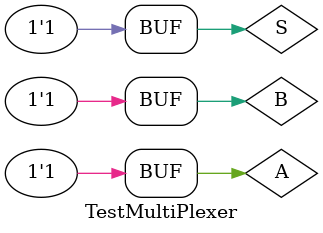
<source format=v>
module multiPlexer(A, B, S, Y);

input A, B, S;
output Y;
reg Y;
always @ (A or B or S)
	if(S)
	Y = A;
	else
	Y = B;
endmodule


module TestMultiPlexer;

reg A, B, S;
wire Y;

multiPlexer m0(A, B, S, Y);

initial begin 

A=0;
B=0;
S=0;
#100;
A=0;
B=0;
S=1;
#100;
A=0;
B=1;
S=0;
#100;
A=0;
B=1;
S=1;
#100;
A=1;
B=0;
S=0;
#100;
A=1;
B=0;
S=1;
#100;
A=1;
B=1;
S=0;
#100;
A=1;
B=1;
S=1;

end

endmodule

</source>
